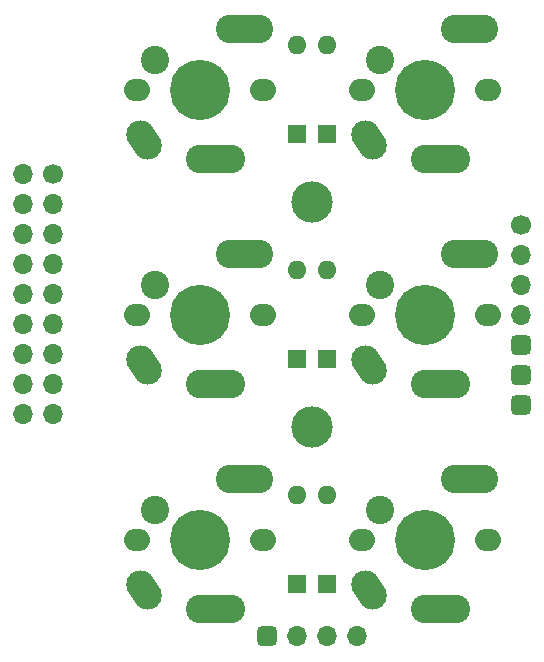
<source format=gts>
G04 #@! TF.GenerationSoftware,KiCad,Pcbnew,7.0.5*
G04 #@! TF.CreationDate,2023-08-27T01:20:59+08:00*
G04 #@! TF.ProjectId,RM,524d2e6b-6963-4616-945f-706362585858,rev?*
G04 #@! TF.SameCoordinates,Original*
G04 #@! TF.FileFunction,Soldermask,Top*
G04 #@! TF.FilePolarity,Negative*
%FSLAX46Y46*%
G04 Gerber Fmt 4.6, Leading zero omitted, Abs format (unit mm)*
G04 Created by KiCad (PCBNEW 7.0.5) date 2023-08-27 01:20:59*
%MOMM*%
%LPD*%
G01*
G04 APERTURE LIST*
G04 Aperture macros list*
%AMRoundRect*
0 Rectangle with rounded corners*
0 $1 Rounding radius*
0 $2 $3 $4 $5 $6 $7 $8 $9 X,Y pos of 4 corners*
0 Add a 4 corners polygon primitive as box body*
4,1,4,$2,$3,$4,$5,$6,$7,$8,$9,$2,$3,0*
0 Add four circle primitives for the rounded corners*
1,1,$1+$1,$2,$3*
1,1,$1+$1,$4,$5*
1,1,$1+$1,$6,$7*
1,1,$1+$1,$8,$9*
0 Add four rect primitives between the rounded corners*
20,1,$1+$1,$2,$3,$4,$5,0*
20,1,$1+$1,$4,$5,$6,$7,0*
20,1,$1+$1,$6,$7,$8,$9,0*
20,1,$1+$1,$8,$9,$2,$3,0*%
%AMHorizOval*
0 Thick line with rounded ends*
0 $1 width*
0 $2 $3 position (X,Y) of the first rounded end (center of the circle)*
0 $4 $5 position (X,Y) of the second rounded end (center of the circle)*
0 Add line between two ends*
20,1,$1,$2,$3,$4,$5,0*
0 Add two circle primitives to create the rounded ends*
1,1,$1,$2,$3*
1,1,$1,$4,$5*%
%AMOutline4P*
0 Free polygon, 4 corners , with rotation*
0 The origin of the aperture is its center*
0 number of corners: always 4*
0 $1 to $8 corner X, Y*
0 $9 Rotation angle, in degrees counterclockwise*
0 create outline with 4 corners*
4,1,4,$1,$2,$3,$4,$5,$6,$7,$8,$1,$2,$9*%
G04 Aperture macros list end*
%ADD10O,2.200000X1.900000*%
%ADD11C,5.100000*%
%ADD12HorizOval,2.400000X-0.305164X0.457575X0.305164X-0.457575X0*%
%ADD13C,2.400000*%
%ADD14Outline4P,-1.300000X-1.200000X1.300000X-1.200000X1.300000X1.200000X-1.300000X1.200000X0.000000*%
%ADD15Outline4P,-1.200000X-1.200000X1.200000X-1.200000X1.200000X1.200000X-1.200000X1.200000X0.000000*%
%ADD16RoundRect,0.425000X0.425000X-0.425000X0.425000X0.425000X-0.425000X0.425000X-0.425000X-0.425000X0*%
%ADD17O,1.700000X1.700000*%
%ADD18C,3.500000*%
%ADD19C,1.700000*%
%ADD20RoundRect,0.425000X-0.425000X-0.425000X0.425000X-0.425000X0.425000X0.425000X-0.425000X0.425000X0*%
%ADD21R,1.600000X1.600000*%
%ADD22O,1.600000X1.600000*%
G04 APERTURE END LIST*
D10*
X136810000Y-54430000D03*
D11*
X142110000Y-54430000D03*
D10*
X147410000Y-54430000D03*
D12*
X137410000Y-58680000D03*
D13*
X138300000Y-51890000D03*
X142110000Y-60330000D03*
D14*
X143410000Y-60330000D03*
D13*
X144650000Y-49330000D03*
X144710000Y-60330000D03*
D15*
X145880000Y-49330000D03*
D13*
X147110000Y-49330000D03*
D10*
X117760000Y-54430000D03*
D11*
X123060000Y-54430000D03*
D10*
X128360000Y-54430000D03*
D12*
X118360000Y-58680000D03*
D13*
X119250000Y-51890000D03*
X123060000Y-60330000D03*
D14*
X124360000Y-60330000D03*
D13*
X125600000Y-49330000D03*
X125660000Y-60330000D03*
D15*
X126830000Y-49330000D03*
D13*
X128060000Y-49330000D03*
D16*
X128780000Y-100710000D03*
D17*
X131320000Y-100710000D03*
X133860000Y-100710000D03*
X136400000Y-100710000D03*
D18*
X132585000Y-83005000D03*
X132585000Y-63955000D03*
D19*
X150230000Y-65860000D03*
D17*
X150230000Y-68400000D03*
X150230000Y-70940000D03*
X150230000Y-73480000D03*
D20*
X150230000Y-76020000D03*
X150230000Y-78560000D03*
X150230000Y-81100000D03*
D10*
X117760000Y-92530000D03*
D11*
X123060000Y-92530000D03*
D10*
X128360000Y-92530000D03*
D12*
X118360000Y-96780000D03*
D13*
X119250000Y-89990000D03*
X123060000Y-98430000D03*
D14*
X124360000Y-98430000D03*
D13*
X125600000Y-87430000D03*
X125660000Y-98430000D03*
D15*
X126830000Y-87430000D03*
D13*
X128060000Y-87430000D03*
D10*
X136810000Y-73480000D03*
D11*
X142110000Y-73480000D03*
D10*
X147410000Y-73480000D03*
D12*
X137410000Y-77730000D03*
D13*
X138300000Y-70940000D03*
X142110000Y-79380000D03*
D14*
X143410000Y-79380000D03*
D13*
X144650000Y-68380000D03*
X144710000Y-79380000D03*
D15*
X145880000Y-68380000D03*
D13*
X147110000Y-68380000D03*
D10*
X136810000Y-92530000D03*
D11*
X142110000Y-92530000D03*
D10*
X147410000Y-92530000D03*
D12*
X137410000Y-96780000D03*
D13*
X138300000Y-89990000D03*
X142110000Y-98430000D03*
D14*
X143410000Y-98430000D03*
D13*
X144650000Y-87430000D03*
X144710000Y-98430000D03*
D15*
X145880000Y-87430000D03*
D13*
X147110000Y-87430000D03*
D10*
X117760000Y-73480000D03*
D11*
X123060000Y-73480000D03*
D10*
X128360000Y-73480000D03*
D12*
X118360000Y-77730000D03*
D13*
X119250000Y-70940000D03*
X123060000Y-79380000D03*
D14*
X124360000Y-79380000D03*
D13*
X125600000Y-68380000D03*
X125660000Y-79380000D03*
D15*
X126830000Y-68380000D03*
D13*
X128060000Y-68380000D03*
D21*
X131315000Y-77280000D03*
D22*
X131315000Y-69680000D03*
D21*
X133855000Y-96330000D03*
D22*
X133855000Y-88730000D03*
D19*
X110620000Y-61620000D03*
D17*
X110620000Y-64160000D03*
X110620000Y-66700000D03*
X110620000Y-69240000D03*
X110620000Y-71780000D03*
X110620000Y-74320000D03*
X110620000Y-76860000D03*
X110620000Y-79400000D03*
X110620000Y-81940000D03*
X108080000Y-61620000D03*
X108080000Y-64160000D03*
X108080000Y-66700000D03*
X108080000Y-69240000D03*
X108080000Y-71780000D03*
X108080000Y-74320000D03*
X108080000Y-76860000D03*
X108080000Y-79400000D03*
X108080000Y-81940000D03*
D21*
X131315000Y-96330000D03*
D22*
X131315000Y-88730000D03*
D21*
X131315000Y-58230000D03*
D22*
X131315000Y-50630000D03*
D21*
X133855000Y-77280000D03*
D22*
X133855000Y-69680000D03*
D21*
X133855000Y-58230000D03*
D22*
X133855000Y-50630000D03*
M02*

</source>
